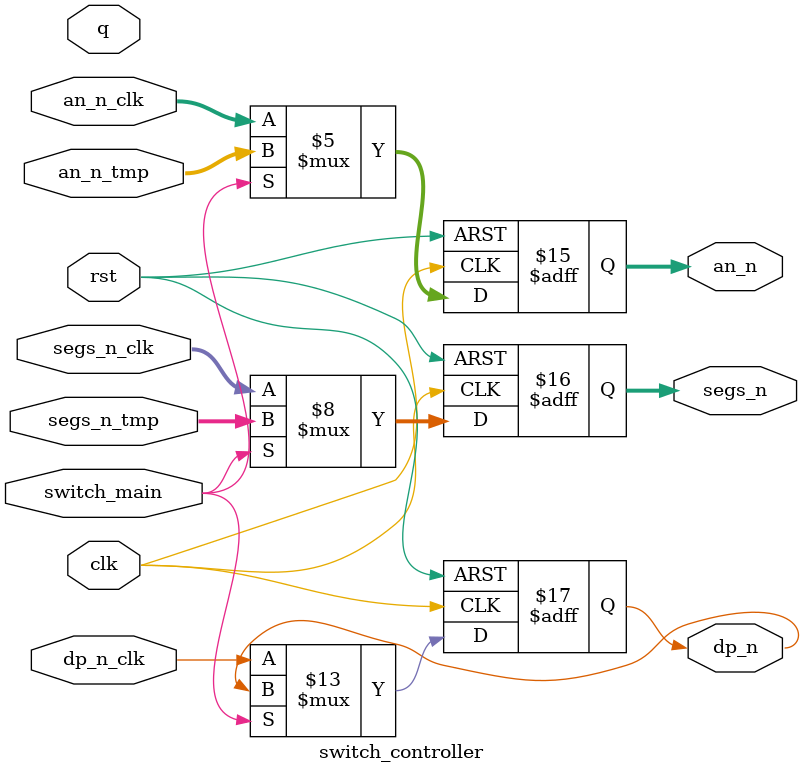
<source format=sv>
module switch_controller(
input clk, rst, q,
input [7:0]an_n_clk,
input [6:0]segs_n_clk,
input dp_n_clk,
input switch_main,

input [7:0]an_n_tmp,
input [6:0]segs_n_tmp,


output reg [7:0]an_n,
output reg [6:0]segs_n,
output reg dp_n
    );
    
reg mux_select;
        
       always@(posedge clk or posedge rst) begin
        if (rst) begin
            segs_n <= 7'b0000000;
            an_n <= 8'b0000000;
            dp_n <= 1'b0;
            mux_select <= 1'b0;
        end else begin
            mux_select <= ~mux_select;
                if (q) begin
                mux_select <= !mux_select;
            end
            if (switch_main) begin
                segs_n <= segs_n_tmp;
                an_n <= an_n_tmp;
            end else begin
                segs_n <= segs_n_clk;
                an_n <= an_n_clk;
                dp_n <= dp_n_clk;
                
            end
        end
    end
endmodule

</source>
